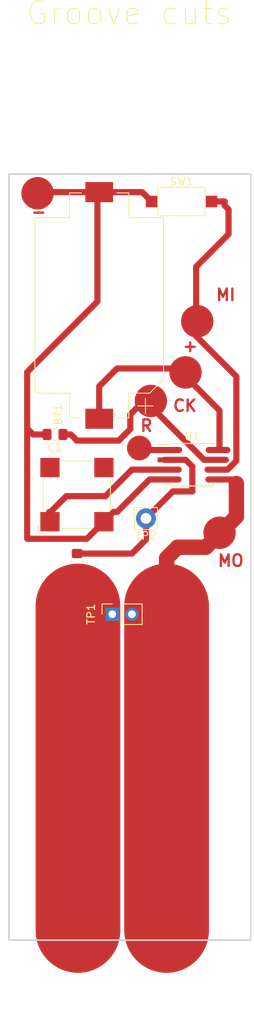
<source format=kicad_pcb>
(kicad_pcb (version 20221018) (generator pcbnew)
  (layers (0 "F.Cu" signal) (31 "B.Cu" signal) (34 "B.Paste" user) (35 "F.Paste" user) (36 "B.SilkS" user "B.Silkscreen") (37 "F.SilkS" user "F.Silkscreen") (38 "B.Mask" user) (39 "F.Mask" user) (44 "Edge.Cuts" user))
  (net 0 "")
  (net 1 "VCC")
  (net 2 "GND")
  (net 3 "Buzzer")
  (net 4 "MISO")
  (net 5 "MOSI")
  (net 6 "RST")
  (net 7 "Net-(R1-Pad2)")
  (net 8 "PWR_CHK")
  (net 9 "Soil_Check")
  (footprint "Battery:BatteryHolder_Keystone_1060_1x2032" (layer "F.Cu") (at 84.5566 53.8226 90)
    (fp_text reference "BT1" (at -14.125 -5.3 90) (layer "F.SilkS"))
    (fp_text value "Battery_Cell")
    (fp_line (start -14.55 -3.85) (end -14.55 -2.3) (stroke (width 0.12)) (layer "F.SilkS"))
    (fp_line (start -14.55 3.85) (end -14.55 2.3) (stroke (width 0.12)) (layer "F.SilkS"))
    (fp_line (start -13 5) (end -13 7) (stroke (width 0.12)) (layer "F.SilkS"))
    (fp_line (start -12 6) (end -14 6) (stroke (width 0.12)) (layer "F.SilkS"))
    (fp_line (start -11.35 -8.35) (end -11.35 -3.85) (stroke (width 0.12)) (layer "F.SilkS"))
    (fp_line (start -11.35 -8.35) (end 11.35 -8.35) (stroke (width 0.12)) (layer "F.SilkS"))
    (fp_line (start -11.35 -3.85) (end -14.55 -3.85) (stroke (width 0.12)) (layer "F.SilkS"))
    (fp_line (start -11.35 3.85) (end -14.55 3.85) (stroke (width 0.12)) (layer "F.SilkS"))
    (fp_line (start -11.35 6.55) (end -11.35 3.85) (stroke (width 0.12)) (layer "F.SilkS"))
    (fp_line (start -9.55 8.35) (end -11.35 6.55) (stroke (width 0.12)) (layer "F.SilkS"))
    (fp_line (start 11.35 -8.35) (end 11.35 -3.85) (stroke (width 0.12)) (layer "F.SilkS"))
    (fp_line (start 11.35 -3.85) (end 14.55 -3.85) (stroke (width 0.12)) (layer "F.SilkS"))
    (fp_line (start 11.35 3.85) (end 14.55 3.85) (stroke (width 0.12)) (layer "F.SilkS"))
    (fp_line (start 11.35 8.35) (end -9.55 8.35) (stroke (width 0.12)) (layer "F.SilkS"))
    (fp_line (start 11.35 8.35) (end 11.35 3.85) (stroke (width 0.12)) (layer "F.SilkS"))
    (fp_line (start 14.55 -3.85) (end 14.55 -2.3) (stroke (width 0.12)) (layer "F.SilkS"))
    (fp_line (start 14.55 3.85) (end 14.55 2.3) (stroke (width 0.12)) (layer "F.SilkS"))
    (pad "1" smd rect (at -14.65 0 270) (size 2.6 3.6) (layers "F.Cu" "F.Paste" "F.Mask") (net 1 "VCC"))
    (pad "2" smd rect (at 14.65 0 270) (size 2.6 3.6) (layers "F.Cu" "F.Paste" "F.Mask") (net 2 "GND"))
  )
  (footprint "Package_SO:SOIC-8W_5.3x5.3mm_P1.27mm" (layer "F.Cu") (at 96.6292 74.422)
    (fp_text reference "U1" (at 0 -3.68) (layer "F.SilkS"))
    (fp_text value "ATtiny13A-S")
    (fp_line (start -2.75 -2.755) (end -2.75 -2.55) (stroke (width 0.15)) (layer "F.SilkS"))
    (fp_line (start -2.75 -2.755) (end 2.75 -2.755) (stroke (width 0.15)) (layer "F.SilkS"))
    (fp_line (start -2.75 -2.55) (end -4.5 -2.55) (stroke (width 0.15)) (layer "F.SilkS"))
    (fp_line (start -2.75 2.755) (end -2.75 2.455) (stroke (width 0.15)) (layer "F.SilkS"))
    (fp_line (start -2.75 2.755) (end 2.75 2.755) (stroke (width 0.15)) (layer "F.SilkS"))
    (fp_line (start 2.75 -2.755) (end 2.75 -2.455) (stroke (width 0.15)) (layer "F.SilkS"))
    (fp_line (start 2.75 2.755) (end 2.75 2.455) (stroke (width 0.15)) (layer "F.SilkS"))
    (pad "1" smd rect (at -3.65 -1.905) (size 1.7 0.65) (layers "F.Cu" "F.Paste" "F.Mask") (net 6 "RST"))
    (pad "2" smd rect (at -3.65 -0.635) (size 1.7 0.65) (layers "F.Cu" "F.Paste" "F.Mask") (net 9 "Soil_Check"))
    (pad "3" smd rect (at -3.65 0.635) (size 1.7 0.65) (layers "F.Cu" "F.Paste" "F.Mask") (net 3 "Buzzer"))
    (pad "4" smd rect (at -3.65 1.905) (size 1.7 0.65) (layers "F.Cu" "F.Paste" "F.Mask") (net 2 "GND"))
    (pad "5" smd rect (at 3.65 1.905) (size 1.7 0.65) (layers "F.Cu" "F.Paste" "F.Mask") (net 5 "MOSI"))
    (pad "6" smd rect (at 3.65 0.635) (size 1.7 0.65) (layers "F.Cu" "F.Paste" "F.Mask") (net 4 "MISO"))
    (pad "7" smd rect (at 3.65 -0.635) (size 1.7 0.65) (layers "F.Cu" "F.Paste" "F.Mask") (net 8 "PWR_CHK"))
    (pad "8" smd rect (at 3.65 -1.905) (size 1.7 0.65) (layers "F.Cu" "F.Paste" "F.Mask") (net 1 "VCC"))
  )
  (footprint "Button_Switch_SMD:SW_SPST_CK_RS282G05A3" (layer "F.Cu") (at 95.25 40.386)
    (fp_text reference "SW1" (at 0 -2.6) (layer "F.SilkS"))
    (fp_text value "SW_Push")
    (fp_line (start -3.06 -1.85) (end 3.06 -1.85) (stroke (width 0.12)) (layer "F.SilkS"))
    (fp_line (start -3.06 1.85) (end -3.06 -1.85) (stroke (width 0.12)) (layer "F.SilkS"))
    (fp_line (start 3.06 -1.85) (end 3.06 1.85) (stroke (width 0.12)) (layer "F.SilkS"))
    (fp_line (start 3.06 1.85) (end -3.06 1.85) (stroke (width 0.12)) (layer "F.SilkS"))
    (pad "1" smd rect (at -3.9 0) (size 1.5 1.5) (layers "F.Cu" "F.Paste" "F.Mask") (net 2 "GND"))
    (pad "2" smd rect (at 3.9 0) (size 1.5 1.5) (layers "F.Cu" "F.Paste" "F.Mask") (net 4 "MISO"))
  )
  (footprint "Connector_Pin:Pin_D1.4mm_L8.5mm_W2.8mm_FlatFork" (layer "F.Cu") (at 90.6272 81.3562)
    (fp_text reference "TP2" (at 0 2.25) (layer "F.SilkS"))
    (fp_text value "TestPoint")
    (fp_line (start -1.5 -1.4) (end -1.5 1.45) (stroke (width 0.12)) (layer "F.SilkS"))
    (fp_line (start -1.5 -1.4) (end 1.5 -1.4) (stroke (width 0.12)) (layer "F.SilkS"))
    (fp_line (start -1.5 1.45) (end 1.5 1.45) (stroke (width 0.12)) (layer "F.SilkS"))
    (fp_line (start 1.5 -1.4) (end 1.5 1.45) (stroke (width 0.12)) (layer "F.SilkS"))
    (pad "1" thru_hole circle (at 0 0) (size 2.6 2.6) (drill 1.4) (layers "*.Cu" "*.Mask") (net 9 "Soil_Check"))
  )
  (footprint "Buzzer_Beeper:MagneticBuzzer_CUI_CMT-8504-100-SMT" (layer "F.Cu") (at 81.6662 78.288 90)
    (fp_text reference "BZ1" hide)
    (fp_text value "Buzzer" hide)
    (fp_line (start -5.05 -5.05) (end -4.05 -5.05) (stroke (width 0.12)) (layer "F.SilkS"))
    (fp_line (start -5.05 -4.05) (end -5.05 -5.05) (stroke (width 0.12)) (layer "F.SilkS"))
    (fp_line (start -4.35 -2) (end -4.35 2) (stroke (width 0.12)) (layer "F.SilkS"))
    (fp_line (start -2 4.35) (end 2 4.35) (stroke (width 0.12)) (layer "F.SilkS"))
    (fp_line (start 2 -4.35) (end -2 -4.35) (stroke (width 0.12)) (layer "F.SilkS"))
    (fp_line (start 4.35 2) (end 4.35 -2) (stroke (width 0.12)) (layer "F.SilkS"))
    (pad "1" smd rect (at -3.5 -3.5) (size 2.5 2.5) (layers "F.Cu" "F.Paste" "F.Mask") (net 3 "Buzzer"))
    (pad "2" smd rect (at -3.5 3.5) (size 2.5 2.5) (layers "F.Cu" "F.Paste" "F.Mask") (net 2 "GND"))
    (pad "3" smd rect (at 3.5 3.5) (size 2.5 2.5) (layers "F.Cu" "F.Paste" "F.Mask"))
    (pad "4" smd rect (at 3.5 -3.5) (size 2.5 2.5) (layers "F.Cu" "F.Paste" "F.Mask"))
  )
  (footprint "Resistor_SMD:R_0805_2012Metric_Pad1.20x1.40mm_HandSolder" (layer "F.Cu") (at 81.6864 86.9094 -90)
    (fp_text reference "R1" hide)
    (fp_text value "12k" hide)
    (fp_line (start -0.227064 -0.735) (end 0.227064 -0.735) (stroke (width 0.12)) (layer "F.SilkS"))
    (fp_line (start -0.227064 0.735) (end 0.227064 0.735) (stroke (width 0.12)) (layer "F.SilkS"))
    (pad "1" smd roundrect (at -1 0 270) (size 1.2 1.4) (layers "F.Cu" "F.Paste" "F.Mask") (roundrect_rratio 0.2083333333) (net 9 "Soil_Check"))
    (pad "2" smd roundrect (at 1 0 270) (size 1.2 1.4) (layers "F.Cu" "F.Paste" "F.Mask") (roundrect_rratio 0.2083333333) (net 7 "Net-(R1-Pad2)"))
  )
  (footprint "Capacitor_SMD:C_0805_2012Metric_Pad1.18x1.45mm_HandSolder" (layer "F.Cu") (at 78.8201 70.5104 180)
    (fp_text reference "C1" (at 0 -1.68) (layer "F.SilkS"))
    (fp_text value ".1uf")
    (fp_line (start -0.261252 -0.735) (end 0.261252 -0.735) (stroke (width 0.12)) (layer "F.SilkS"))
    (fp_line (start -0.261252 0.735) (end 0.261252 0.735) (stroke (width 0.12)) (layer "F.SilkS"))
    (pad "1" smd roundrect (at -1.0375 0 180) (size 1.175 1.45) (layers "F.Cu" "F.Paste" "F.Mask") (roundrect_rratio 0.2127659574) (net 8 "PWR_CHK"))
    (pad "2" smd roundrect (at 1.0375 0 180) (size 1.175 1.45) (layers "F.Cu" "F.Paste" "F.Mask") (roundrect_rratio 0.2127659574) (net 2 "GND"))
  )
  (footprint "Connector_PinSocket_2.54mm:PinSocket_1x02_P2.54mm_Vertical" (layer "F.Cu") (at 86.2584 93.7514 90)
    (fp_text reference "TP1" (at 0 -2.77 90) (layer "F.SilkS"))
    (fp_text value "TestPoint_2Pole")
    (fp_line (start -1.33 1.27) (end -1.33 3.87) (stroke (width 0.12)) (layer "F.SilkS"))
    (fp_line (start -1.33 1.27) (end 1.33 1.27) (stroke (width 0.12)) (layer "F.SilkS"))
    (fp_line (start -1.33 3.87) (end 1.33 3.87) (stroke (width 0.12)) (layer "F.SilkS"))
    (fp_line (start 0 -1.33) (end 1.33 -1.33) (stroke (width 0.12)) (layer "F.SilkS"))
    (fp_line (start 1.33 -1.33) (end 1.33 0) (stroke (width 0.12)) (layer "F.SilkS"))
    (fp_line (start 1.33 1.27) (end 1.33 3.87) (stroke (width 0.12)) (layer "F.SilkS"))
    (pad "1" thru_hole rect (at 0 0 90) (size 1.7 1.7) (drill 1) (layers "*.Cu" "*.Mask") (net 7 "Net-(R1-Pad2)"))
    (pad "2" thru_hole oval (at 0 2.54 90) (size 1.7 1.7) (drill 1) (layers "*.Cu" "*.Mask") (net 5 "MOSI"))
  )
  (gr_circle (center 91.2622 66.167) (end 93.2622 66.167) (stroke (width 0.2)) (fill solid) (layer "F.Cu"))
  (gr_circle (center 95.758 62.484) (end 97.758 62.484) (stroke (width 0.2)) (fill solid) (layer "F.Cu"))
  (gr_circle (center 97.282 55.88) (end 99.282 55.88) (stroke (width 0.2)) (fill solid) (layer "F.Cu"))
  (gr_circle (center 89.7636 72.263) (end 91.2636 72.263) (stroke (width 0.2)) (fill solid) (layer "F.Cu"))
  (gr_circle (center 100.1776 83.217) (end 102.1776 83.217) (stroke (width 0.2)) (fill solid) (layer "F.Cu"))
  (gr_circle (center 76.5556 39.3192) (end 78.5556 39.3192) (stroke (width 0.2)) (fill solid) (layer "F.Cu"))
  (gr_rect (start 72.8472 36.83) (end 104.2162 135.89) (stroke (width 0.2)) (fill none) (layer "Edge.Cuts"))
  (gr_text "+" (at 95.25 59.944) (layer "F.Cu") (effects (font (size 1.5 1.5) (thickness 0.3) bold) (justify left bottom)))
  (gr_text "MI\n" (at 99.568 53.34) (layer "F.Cu") (effects (font (size 1.5 1.5) (thickness 0.3) bold) (justify left bottom)))
  (gr_text "CK" (at 93.98 67.6656) (layer "F.Cu") (effects (font (size 1.5 1.5) (thickness 0.3) bold) (justify left bottom)))
  (gr_text "R" (at 89.7382 70.2564) (layer "F.Cu") (effects (font (size 1.5 1.5) (thickness 0.3) bold) (justify left bottom)))
  (gr_text "-" (at 75.5904 42.5958) (layer "F.Cu") (effects (font (size 1.5 1.5) (thickness 0.3) bold) (justify left bottom)))
  (gr_text "MO\n" (at 99.7966 87.7062) (layer "F.Cu") (effects (font (size 1.5 1.5) (thickness 0.3) bold) (justify left bottom)))
  (gr_text "Groove cuts" (at 74.93 17.78) (layer "F.SilkS") (effects (font (size 3 3)) (justify left bottom)))
  (segment (start 100.17 72.517) (end 100.17 67.404) (width 0.8) (layer "F.Cu") (net 1))
  (segment (start 86.868 61.976) (end 84.5566 64.2874) (width 0.8) (layer "F.Cu") (net 1))
  (segment (start 100.04 72.517) (end 101.1936 72.517) (width 0.8) (layer "F.Cu") (net 1))
  (segment (start 100.17 67.404) (end 94.742 61.976) (width 0.8) (layer "F.Cu") (net 1))
  (segment (start 100.04 72.517) (end 98.7806 72.517) (width 0.8) (layer "F.Cu") (net 1))
  (segment (start 94.742 61.976) (end 86.868 61.976) (width 0.8) (layer "F.Cu") (net 1))
  (segment (start 84.5566 64.2874) (end 84.5566 68.4726) (width 0.8) (layer "F.Cu") (net 1))
  (segment (start 84.5566 39.1726) (end 90.1366 39.1726) (width 0.8) (layer "F.Cu") (net 2))
  (segment (start 75.2094 69.7484) (end 75.2094 83.9978) (width 0.8) (layer "F.Cu") (net 2))
  (segment (start 84.5566 39.1726) (end 83.6872 39.1726) (width 0.8) (layer "F.Cu") (net 2))
  (segment (start 75.2094 83.9978) (end 82.9564 83.9978) (width 0.8) (layer "F.Cu") (net 2))
  (segment (start 86.4362 80.518) (end 85.1662 81.788) (width 0.8) (layer "F.Cu") (net 2))
  (segment (start 84.328 40.468) (end 84.328 53.3146) (width 0.8) (layer "F.Cu") (net 2))
  (segment (start 91.268 40.468) (end 91.35 40.386) (width 0.8) (layer "F.Cu") (net 2))
  (segment (start 91.0844 76.327) (end 86.8934 80.518) (width 0.8) (layer "F.Cu") (net 2))
  (segment (start 93 76.327) (end 91.0844 76.327) (width 0.8) (layer "F.Cu") (net 2))
  (segment (start 75.2094 62.4332) (end 75.2094 69.7484) (width 0.8) (layer "F.Cu") (net 2))
  (segment (start 84.5566 39.1726) (end 77.642 39.1726) (width 0.8) (layer "F.Cu") (net 2))
  (segment (start 90.1366 39.1726) (end 91.35 40.386) (width 0.8) (layer "F.Cu") (net 2))
  (segment (start 82.9564 83.9978) (end 85.1662 81.788) (width 0.8) (layer "F.Cu") (net 2))
  (segment (start 77.7826 70.5104) (end 75.9714 70.5104) (width 0.8) (layer "F.Cu") (net 2))
  (segment (start 93 76.327) (end 94.8436 76.327) (width 0.8) (layer "F.Cu") (net 2))
  (segment (start 75.9714 70.5104) (end 75.2094 69.7484) (width 0.8) (layer "F.Cu") (net 2))
  (segment (start 86.8934 80.518) (end 86.4362 80.518) (width 0.8) (layer "F.Cu") (net 2))
  (segment (start 83.6872 39.1726) (end 83.6676 39.1922) (width 0.8) (layer "F.Cu") (net 2))
  (segment (start 77.642 39.1726) (end 77.4954 39.3192) (width 0.8) (layer "F.Cu") (net 2))
  (segment (start 84.328 53.3146) (end 75.2094 62.4332) (width 0.8) (layer "F.Cu") (net 2))
  (segment (start 88.7984 75.057) (end 85.3694 78.486) (width 0.8) (layer "F.Cu") (net 3))
  (segment (start 85.3694 78.486) (end 80.2894 78.486) (width 0.8) (layer "F.Cu") (net 3))
  (segment (start 93 75.057) (end 94.869 75.057) (width 0.8) (layer "F.Cu") (net 3))
  (segment (start 80.2894 78.486) (end 78.2574 80.518) (width 0.8) (layer "F.Cu") (net 3))
  (segment (start 93 75.057) (end 88.7984 75.057) (width 0.8) (layer "F.Cu") (net 3))
  (segment (start 78.2574 80.518) (end 78.0646 80.518) (width 0.8) (layer "F.Cu") (net 3))
  (segment (start 101.346 41.402) (end 101.346 44.614) (width 0.8) (layer "F.Cu") (net 4))
  (segment (start 97.143142 57.792155) (end 102.362 63.011013) (width 0.8) (layer "F.Cu") (net 4))
  (segment (start 100.838 40.894) (end 101.346 41.402) (width 0.8) (layer "F.Cu") (net 4))
  (segment (start 100.04 75.057) (end 98.6282 75.057) (width 0.8) (layer "F.Cu") (net 4))
  (segment (start 99.15 40.386) (end 100.838 40.386) (width 0.8) (layer "F.Cu") (net 4))
  (segment (start 102.362 63.011013) (end 102.362 73.914) (width 0.8) (layer "F.Cu") (net 4))
  (segment (start 100.838 40.386) (end 100.838 40.894) (width 0.8) (layer "F.Cu") (net 4))
  (segment (start 102.362 73.914) (end 101.219 75.057) (width 0.8) (layer "F.Cu") (net 4))
  (segment (start 101.346 44.614) (end 97.143142 48.816858) (width 0.8) (layer "F.Cu") (net 4))
  (segment (start 101.219 75.057) (end 100.17 75.057) (width 0.8) (layer "F.Cu") (net 4))
  (segment (start 97.143142 48.816858) (end 97.143142 57.792155) (width 0.8) (layer "F.Cu") (net 4))
  (segment (start 102.362 81.1276) (end 98.3996 85.09) (width 2) (layer "F.Cu") (net 5))
  (segment (start 93.3 86.5066) (end 93.3 92.71) (width 2) (layer "F.Cu") (net 5))
  (segment (start 94.7166 85.09) (end 93.3 86.5066) (width 2) (layer "F.Cu") (net 5))
  (segment (start 101.8286 76.327) (end 102.362 76.8604) (width 0.8) (layer "F.Cu") (net 5))
  (segment (start 98.3996 85.09) (end 94.7166 85.09) (width 2) (layer "F.Cu") (net 5))
  (segment (start 90.17 89.58) (end 93.3 92.71) (width 0.8) (layer "F.Cu") (net 5))
  (segment (start 92.964 92.374) (end 93.3 92.71) (width 0.8) (layer "F.Cu") (net 5))
  (segment (start 93.3 128.0414) (end 93.3 134.62) (width 11) (layer "F.Cu") (net 5))
  (segment (start 100.04 76.327) (end 98.7298 76.327) (width 0.8) (layer "F.Cu") (net 5))
  (segment (start 93.3 92.71) (end 93.3 128.0414) (width 11) (layer "F.Cu") (net 5))
  (segment (start 102.362 76.8604) (end 102.362 81.1276) (width 2) (layer "F.Cu") (net 5))
  (segment (start 100.04 76.327) (end 101.8286 76.327) (width 0.8) (layer "F.Cu") (net 5))
  (segment (start 93 72.517) (end 94.9198 72.517) (width 0.8) (layer "F.Cu") (net 6))
  (segment (start 92.87 72.517) (end 91.059 72.517) (width 0.8) (layer "F.Cu") (net 6))
  (segment (start 81.8 92.71) (end 82.55 91.96) (width 1) (layer "F.Cu") (net 7))
  (segment (start 82.0166 92.4934) (end 81.8 92.71) (width 0.25) (layer "F.Cu") (net 7))
  (segment (start 81.8 92.71) (end 81.8 134.62) (width 11) (layer "F.Cu") (net 7))
  (segment (start 82.042 92.468) (end 81.8 92.71) (width 0.8) (layer "F.Cu") (net 7))
  (segment (start 80.518 91.428) (end 81.8 92.71) (width 0.8) (layer "F.Cu") (net 7))
  (segment (start 82.6128 93.5228) (end 81.8 92.71) (width 0.25) (layer "F.Cu") (net 7))
  (segment (start 86.233 93.5228) (end 82.6128 93.5228) (width 0.25) (layer "F.Cu") (net 7))
  (segment (start 87.0966 71.2978) (end 88.5952 69.7992) (width 0.8) (layer "F.Cu") (net 8))
  (segment (start 100.04 73.787) (end 100.9904 73.787) (width 0.8) (layer "F.Cu") (net 8))
  (segment (start 89.6112 66.9036) (end 91.2876 66.9036) (width 0.8) (layer "F.Cu") (net 8))
  (segment (start 79.8576 70.5104) (end 80.8736 70.5104) (width 0.8) (layer "F.Cu") (net 8))
  (segment (start 81.6102 71.2978) (end 87.0966 71.2978) (width 0.8) (layer "F.Cu") (net 8))
  (segment (start 88.5952 67.9196) (end 89.6112 66.9036) (width 0.8) (layer "F.Cu") (net 8))
  (segment (start 98.171 73.787) (end 100.17 73.787) (width 0.8) (layer "F.Cu") (net 8))
  (segment (start 80.8736 70.5104) (end 81.6102 71.247) (width 0.8) (layer "F.Cu") (net 8))
  (segment (start 88.5952 69.7992) (end 88.5952 67.9196) (width 0.8) (layer "F.Cu") (net 8))
  (segment (start 91.2876 66.9036) (end 98.171 73.787) (width 0.8) (layer "F.Cu") (net 8))
  (segment (start 81.6102 71.247) (end 81.6102 71.2978) (width 0.8) (layer "F.Cu") (net 8))
  (segment (start 90.6272 84.0994) (end 90.6272 81.3562) (width 0.8) (layer "F.Cu") (net 9))
  (segment (start 88.8172 85.9094) (end 90.6272 84.0994) (width 0.8) (layer "F.Cu") (net 9))
  (segment (start 95.7834 73.787) (end 93 73.787) (width 0.8) (layer "F.Cu") (net 9))
  (segment (start 96.647 74.6506) (end 95.7834 73.787) (width 0.8) (layer "F.Cu") (net 9))
  (segment (start 96.647 77.8764) (end 94.107 77.8764) (width 0.8) (layer "F.Cu") (net 9))
  (segment (start 96.647 77.8764) (end 96.647 74.6506) (width 0.8) (layer "F.Cu") (net 9))
  (segment (start 81.6864 85.9094) (end 88.8172 85.9094) (width 0.8) (layer "F.Cu") (net 9))
  (segment (start 94.107 77.8764) (end 90.6272 81.3562) (width 0.8) (layer "F.Cu") (net 9))
)
</source>
